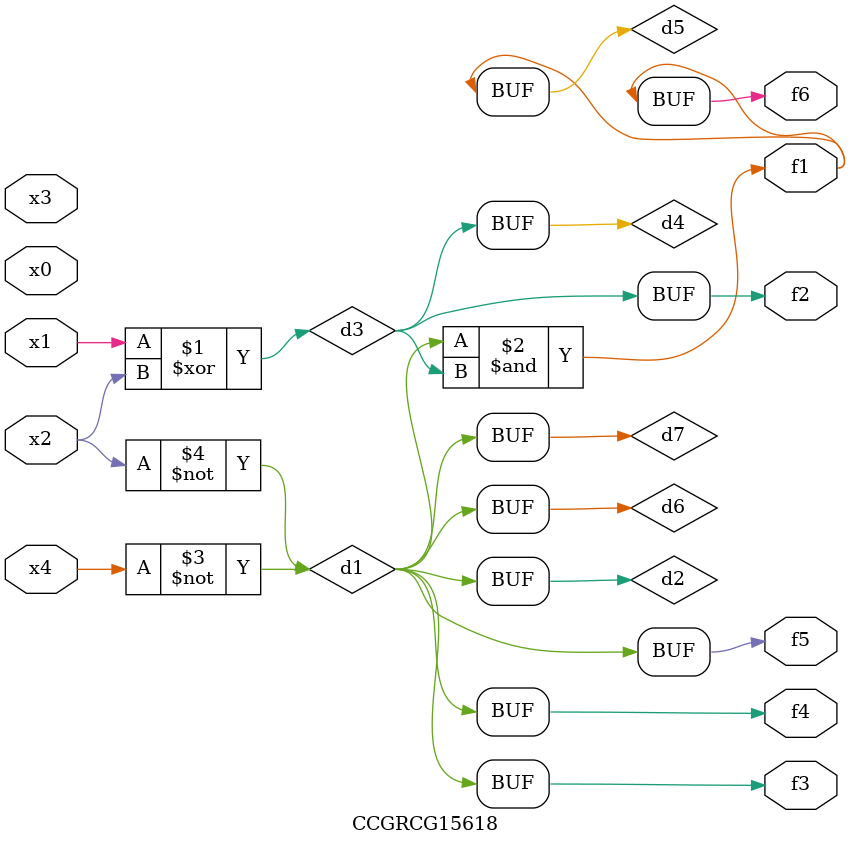
<source format=v>
module CCGRCG15618(
	input x0, x1, x2, x3, x4,
	output f1, f2, f3, f4, f5, f6
);

	wire d1, d2, d3, d4, d5, d6, d7;

	not (d1, x4);
	not (d2, x2);
	xor (d3, x1, x2);
	buf (d4, d3);
	and (d5, d1, d3);
	buf (d6, d1, d2);
	buf (d7, d2);
	assign f1 = d5;
	assign f2 = d4;
	assign f3 = d7;
	assign f4 = d7;
	assign f5 = d7;
	assign f6 = d5;
endmodule

</source>
